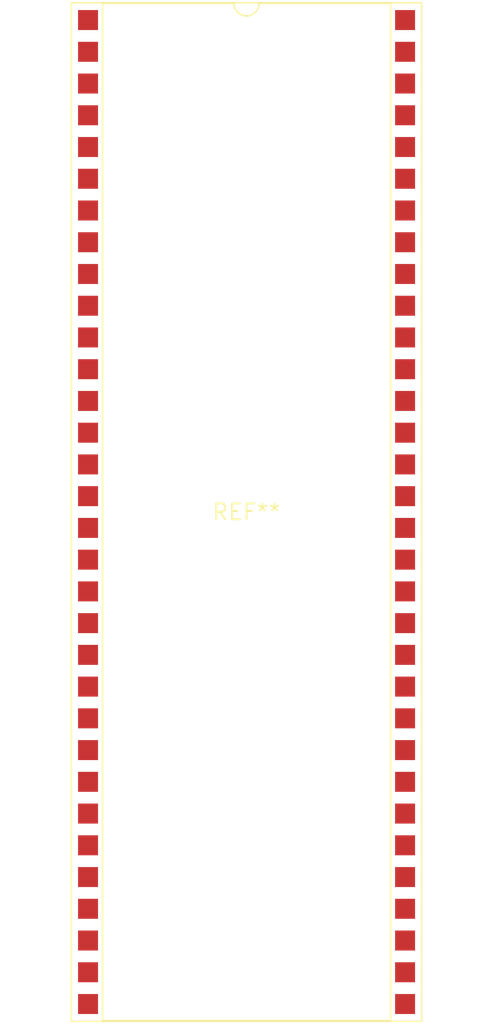
<source format=kicad_pcb>
(kicad_pcb (version 20240108) (generator pcbnew)
  (layers (0 "F.Cu" signal) (31 "B.Cu" signal) (34 "B.Paste" user) (35 "F.Paste" user) (36 "B.SilkS" user "B.Silkscreen") (37 "F.SilkS" user "F.Silkscreen") (38 "B.Mask" user) (39 "F.Mask" user) (44 "Edge.Cuts" user))
  (net 0 "")
  (footprint "DIP-64_W25.4mm_SMDSocket_SmallPads" (layer "F.Cu") (at 0 0)
    (property "Reference" "REF**")
    (property "Value" "DIP-64_W25.4mm_SMDSocket_SmallPads")
    (fp_line (start -14.03 -40.76) (end -14.03 40.76) (layer "F.SilkS") (stroke (width 0.12)))
    (fp_line (start -14.03 40.76) (end 14.03 40.76) (layer "F.SilkS") (stroke (width 0.12)))
    (fp_line (start -11.54 -40.7) (end -11.54 40.7) (layer "F.SilkS") (stroke (width 0.12)))
    (fp_line (start -11.54 40.7) (end 11.54 40.7) (layer "F.SilkS") (stroke (width 0.12)))
    (fp_line (start -1 -40.7) (end -11.54 -40.7) (layer "F.SilkS") (stroke (width 0.12)))
    (fp_line (start 11.54 -40.7) (end 1 -40.7) (layer "F.SilkS") (stroke (width 0.12)))
    (fp_line (start 11.54 40.7) (end 11.54 -40.7) (layer "F.SilkS") (stroke (width 0.12)))
    (fp_line (start 14.03 -40.76) (end -14.03 -40.76) (layer "F.SilkS") (stroke (width 0.12)))
    (fp_line (start 14.03 40.76) (end 14.03 -40.76) (layer "F.SilkS") (stroke (width 0.12)))
    (fp_arc (start 1 -40.7) (mid 0 -39.7) (end -1 -40.7) (layer "F.SilkS") (stroke (width 0.12)))
    (pad "1" smd rect (at -12.7 -39.37) (size 1.6 1.6) (layers "F.Cu" "F.Paste" "F.Mask"))
    (pad "2" smd rect (at -12.7 -36.83) (size 1.6 1.6) (layers "F.Cu" "F.Paste" "F.Mask"))
    (pad "3" smd rect (at -12.7 -34.29) (size 1.6 1.6) (layers "F.Cu" "F.Paste" "F.Mask"))
    (pad "4" smd rect (at -12.7 -31.75) (size 1.6 1.6) (layers "F.Cu" "F.Paste" "F.Mask"))
    (pad "5" smd rect (at -12.7 -29.21) (size 1.6 1.6) (layers "F.Cu" "F.Paste" "F.Mask"))
    (pad "6" smd rect (at -12.7 -26.67) (size 1.6 1.6) (layers "F.Cu" "F.Paste" "F.Mask"))
    (pad "7" smd rect (at -12.7 -24.13) (size 1.6 1.6) (layers "F.Cu" "F.Paste" "F.Mask"))
    (pad "8" smd rect (at -12.7 -21.59) (size 1.6 1.6) (layers "F.Cu" "F.Paste" "F.Mask"))
    (pad "9" smd rect (at -12.7 -19.05) (size 1.6 1.6) (layers "F.Cu" "F.Paste" "F.Mask"))
    (pad "10" smd rect (at -12.7 -16.51) (size 1.6 1.6) (layers "F.Cu" "F.Paste" "F.Mask"))
    (pad "11" smd rect (at -12.7 -13.97) (size 1.6 1.6) (layers "F.Cu" "F.Paste" "F.Mask"))
    (pad "12" smd rect (at -12.7 -11.43) (size 1.6 1.6) (layers "F.Cu" "F.Paste" "F.Mask"))
    (pad "13" smd rect (at -12.7 -8.89) (size 1.6 1.6) (layers "F.Cu" "F.Paste" "F.Mask"))
    (pad "14" smd rect (at -12.7 -6.35) (size 1.6 1.6) (layers "F.Cu" "F.Paste" "F.Mask"))
    (pad "15" smd rect (at -12.7 -3.81) (size 1.6 1.6) (layers "F.Cu" "F.Paste" "F.Mask"))
    (pad "16" smd rect (at -12.7 -1.27) (size 1.6 1.6) (layers "F.Cu" "F.Paste" "F.Mask"))
    (pad "17" smd rect (at -12.7 1.27) (size 1.6 1.6) (layers "F.Cu" "F.Paste" "F.Mask"))
    (pad "18" smd rect (at -12.7 3.81) (size 1.6 1.6) (layers "F.Cu" "F.Paste" "F.Mask"))
    (pad "19" smd rect (at -12.7 6.35) (size 1.6 1.6) (layers "F.Cu" "F.Paste" "F.Mask"))
    (pad "20" smd rect (at -12.7 8.89) (size 1.6 1.6) (layers "F.Cu" "F.Paste" "F.Mask"))
    (pad "21" smd rect (at -12.7 11.43) (size 1.6 1.6) (layers "F.Cu" "F.Paste" "F.Mask"))
    (pad "22" smd rect (at -12.7 13.97) (size 1.6 1.6) (layers "F.Cu" "F.Paste" "F.Mask"))
    (pad "23" smd rect (at -12.7 16.51) (size 1.6 1.6) (layers "F.Cu" "F.Paste" "F.Mask"))
    (pad "24" smd rect (at -12.7 19.05) (size 1.6 1.6) (layers "F.Cu" "F.Paste" "F.Mask"))
    (pad "25" smd rect (at -12.7 21.59) (size 1.6 1.6) (layers "F.Cu" "F.Paste" "F.Mask"))
    (pad "26" smd rect (at -12.7 24.13) (size 1.6 1.6) (layers "F.Cu" "F.Paste" "F.Mask"))
    (pad "27" smd rect (at -12.7 26.67) (size 1.6 1.6) (layers "F.Cu" "F.Paste" "F.Mask"))
    (pad "28" smd rect (at -12.7 29.21) (size 1.6 1.6) (layers "F.Cu" "F.Paste" "F.Mask"))
    (pad "29" smd rect (at -12.7 31.75) (size 1.6 1.6) (layers "F.Cu" "F.Paste" "F.Mask"))
    (pad "30" smd rect (at -12.7 34.29) (size 1.6 1.6) (layers "F.Cu" "F.Paste" "F.Mask"))
    (pad "31" smd rect (at -12.7 36.83) (size 1.6 1.6) (layers "F.Cu" "F.Paste" "F.Mask"))
    (pad "32" smd rect (at -12.7 39.37) (size 1.6 1.6) (layers "F.Cu" "F.Paste" "F.Mask"))
    (pad "33" smd rect (at 12.7 39.37) (size 1.6 1.6) (layers "F.Cu" "F.Paste" "F.Mask"))
    (pad "34" smd rect (at 12.7 36.83) (size 1.6 1.6) (layers "F.Cu" "F.Paste" "F.Mask"))
    (pad "35" smd rect (at 12.7 34.29) (size 1.6 1.6) (layers "F.Cu" "F.Paste" "F.Mask"))
    (pad "36" smd rect (at 12.7 31.75) (size 1.6 1.6) (layers "F.Cu" "F.Paste" "F.Mask"))
    (pad "37" smd rect (at 12.7 29.21) (size 1.6 1.6) (layers "F.Cu" "F.Paste" "F.Mask"))
    (pad "38" smd rect (at 12.7 26.67) (size 1.6 1.6) (layers "F.Cu" "F.Paste" "F.Mask"))
    (pad "39" smd rect (at 12.7 24.13) (size 1.6 1.6) (layers "F.Cu" "F.Paste" "F.Mask"))
    (pad "40" smd rect (at 12.7 21.59) (size 1.6 1.6) (layers "F.Cu" "F.Paste" "F.Mask"))
    (pad "41" smd rect (at 12.7 19.05) (size 1.6 1.6) (layers "F.Cu" "F.Paste" "F.Mask"))
    (pad "42" smd rect (at 12.7 16.51) (size 1.6 1.6) (layers "F.Cu" "F.Paste" "F.Mask"))
    (pad "43" smd rect (at 12.7 13.97) (size 1.6 1.6) (layers "F.Cu" "F.Paste" "F.Mask"))
    (pad "44" smd rect (at 12.7 11.43) (size 1.6 1.6) (layers "F.Cu" "F.Paste" "F.Mask"))
    (pad "45" smd rect (at 12.7 8.89) (size 1.6 1.6) (layers "F.Cu" "F.Paste" "F.Mask"))
    (pad "46" smd rect (at 12.7 6.35) (size 1.6 1.6) (layers "F.Cu" "F.Paste" "F.Mask"))
    (pad "47" smd rect (at 12.7 3.81) (size 1.6 1.6) (layers "F.Cu" "F.Paste" "F.Mask"))
    (pad "48" smd rect (at 12.7 1.27) (size 1.6 1.6) (layers "F.Cu" "F.Paste" "F.Mask"))
    (pad "49" smd rect (at 12.7 -1.27) (size 1.6 1.6) (layers "F.Cu" "F.Paste" "F.Mask"))
    (pad "50" smd rect (at 12.7 -3.81) (size 1.6 1.6) (layers "F.Cu" "F.Paste" "F.Mask"))
    (pad "51" smd rect (at 12.7 -6.35) (size 1.6 1.6) (layers "F.Cu" "F.Paste" "F.Mask"))
    (pad "52" smd rect (at 12.7 -8.89) (size 1.6 1.6) (layers "F.Cu" "F.Paste" "F.Mask"))
    (pad "53" smd rect (at 12.7 -11.43) (size 1.6 1.6) (layers "F.Cu" "F.Paste" "F.Mask"))
    (pad "54" smd rect (at 12.7 -13.97) (size 1.6 1.6) (layers "F.Cu" "F.Paste" "F.Mask"))
    (pad "55" smd rect (at 12.7 -16.51) (size 1.6 1.6) (layers "F.Cu" "F.Paste" "F.Mask"))
    (pad "56" smd rect (at 12.7 -19.05) (size 1.6 1.6) (layers "F.Cu" "F.Paste" "F.Mask"))
    (pad "57" smd rect (at 12.7 -21.59) (size 1.6 1.6) (layers "F.Cu" "F.Paste" "F.Mask"))
    (pad "58" smd rect (at 12.7 -24.13) (size 1.6 1.6) (layers "F.Cu" "F.Paste" "F.Mask"))
    (pad "59" smd rect (at 12.7 -26.67) (size 1.6 1.6) (layers "F.Cu" "F.Paste" "F.Mask"))
    (pad "60" smd rect (at 12.7 -29.21) (size 1.6 1.6) (layers "F.Cu" "F.Paste" "F.Mask"))
    (pad "61" smd rect (at 12.7 -31.75) (size 1.6 1.6) (layers "F.Cu" "F.Paste" "F.Mask"))
    (pad "62" smd rect (at 12.7 -34.29) (size 1.6 1.6) (layers "F.Cu" "F.Paste" "F.Mask"))
    (pad "63" smd rect (at 12.7 -36.83) (size 1.6 1.6) (layers "F.Cu" "F.Paste" "F.Mask"))
    (pad "64" smd rect (at 12.7 -39.37) (size 1.6 1.6) (layers "F.Cu" "F.Paste" "F.Mask"))
  )
)
</source>
